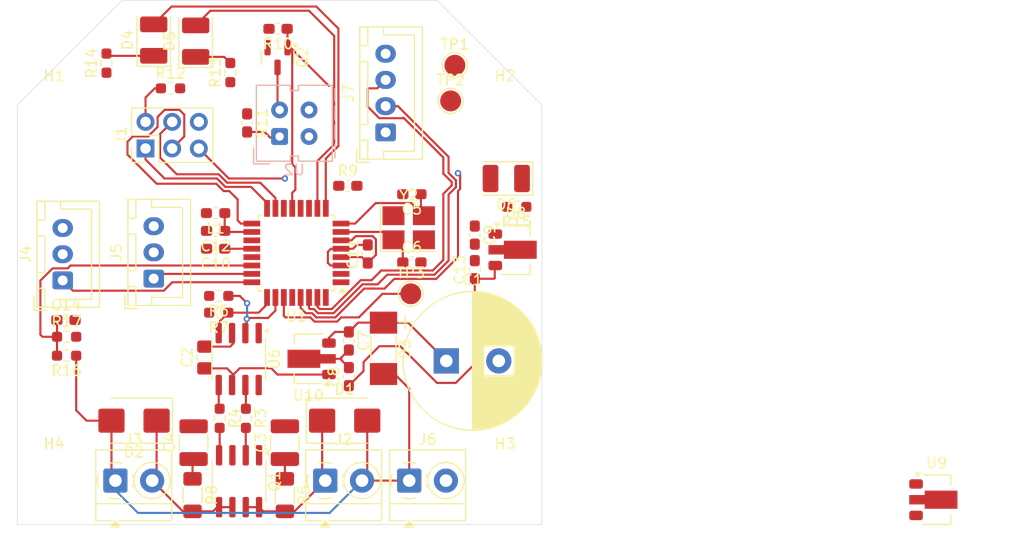
<source format=kicad_pcb>
(kicad_pcb (version 20241229) (generator "pcbnew") (generator_version "9.0")
  (layers (0 "F.Cu" signal) (2 "B.Cu" signal) (13 "F.Paste" user) (15 "B.Paste" user) (5 "F.SilkS" user "F.Silkscreen") (7 "B.SilkS" user "B.Silkscreen") (1 "F.Mask" user) (3 "B.Mask" user) (25 "Edge.Cuts" user))
  (net 0 "")
  (net 1 "+12V")
  (net 2 "GND")
  (net 3 "Net-(C3-Pad1)")
  (net 4 "Net-(C4-Pad1)")
  (net 5 "Vdrive")
  (net 6 "/coil driver/COIL0_NEG")
  (net 7 "/coil driver/COIL1_NEG")
  (net 8 "Net-(Q1A-G1)")
  (net 9 "Net-(Q1B-G2)")
  (net 10 "Net-(U6-OUT_A)")
  (net 11 "Net-(U6-OUT_B)")
  (net 18 "+5V")
  (net 19 "/microcontroller/Hall1")
  (net 20 "/microcontroller/Hall0")
  (net 21 "Net-(U1-XTAL2{slash}PB7)")
  (net 22 "Net-(U1-XTAL1{slash}PB6)")
  (net 23 "/microcontroller/SCK")
  (net 24 "/microcontroller/!RST")
  (net 25 "/microcontroller/MOSI")
  (net 26 "/microcontroller/MISO")
  (net 27 "/coil driver/IN_COIL0")
  (net 28 "/coil driver/IN_COIL1")
  (net 29 "Net-(D3-K)")
  (net 30 "/microcontroller/EntryEnable")
  (net 31 "Net-(Q2-D)")
  (net 32 "/microcontroller/EntrySensor")
  (net 33 "Net-(U2-A)")
  (net 36 "Net-(U1-AREF)")
  (net 37 "Net-(U1-AVCC)")
  (net 38 "Net-(D4-K)")
  (net 39 "Net-(D4-A)")
  (net 40 "Net-(D5-A)")
  (net 41 "Net-(D5-K)")
  (net 42 "Net-(D6-K)")
  (net 43 "Net-(U1-PD3)")
  (net 44 "Net-(U1-PD4)")
  (net 46 "Net-(U1-ADC7)")
  (net 48 "Net-(J7-Pin_2)")
  (net 49 "Net-(J7-Pin_3)")
  (net 52 "Net-(U1-PC4)")
  (footprint "Resistor_SMD:R_0603_1608Metric_Pad0.98x0.95mm_HandSolder" (layer "F.Cu") (at 104.7 73.9 180)
    (property "Reference" "R16")
    (property "Value" "30k")
  )
  (footprint "TestPoint:TestPoint_Pad_D2.0mm" (layer "F.Cu") (at 141.7 46.2)
    (property "Reference" "TP1")
    (property "Value" "TestPoint")
  )
  (footprint "Capacitor_SMD:C_0603_1608Metric_Pad1.08x0.95mm_HandSolder" (layer "F.Cu") (at 118.9 62 180)
    (property "Reference" "C12")
    (property "Value" "100nF")
  )
  (footprint "Resistor_SMD:R_0603_1608Metric_Pad0.98x0.95mm_HandSolder" (layer "F.Cu") (at 120.3 46.9 90)
    (property "Reference" "R13")
    (property "Value" "10k")
  )
  (footprint "Package_QFP:TQFP-32_7x7mm_P0.8mm" (layer "F.Cu") (at 126.6 64.1 180)
    (property "Reference" "U1")
    (property "Value" "ATmega88P-20A")
  )
  (footprint "Package_TO_SOT_SMD:SOT-89-3" (layer "F.Cu") (at 187.6 87.64)
    (property "Reference" "U9")
    (property "Value" "MCP1703Ax-500xxMB")
  )
  (footprint "LED_SMD:LED_PLCC-2_3.4x3.0mm_KA" (layer "F.Cu") (at 146.6 57 180)
    (property "Reference" "D6")
    (property "Value" "LED")
  )
  (footprint "MountingHole:MountingHole_3.2mm_M3" (layer "F.Cu") (at 146.5 86.5)
    (property "Reference" "H3")
    (property "Value" "MountingHole")
  )
  (footprint "Capacitor_SMD:C_1210_3225Metric_Pad1.33x2.70mm_HandSolder" (layer "F.Cu") (at 116.8 82.2 90)
    (property "Reference" "C4")
    (property "Value" "1µF")
  )
  (footprint "LED_SMD:LED_PLCC-2_3.4x3.0mm_KA" (layer "F.Cu") (at 117 43.9 90)
    (property "Reference" "D5")
    (property "Value" "LED")
  )
  (footprint "Capacitor_SMD:C_0603_1608Metric_Pad1.08x0.95mm_HandSolder" (layer "F.Cu") (at 143.6 65.7 90)
    (property "Reference" "C13")
    (property "Value" "100nF")
  )
  (footprint "Package_SO:SOIC-8_3.9x4.9mm_P1.27mm" (layer "F.Cu") (at 121.135 85.875 -90)
    (property "Reference" "Q1")
    (property "Value" "DMTH6016LSD-13")
  )
  (footprint "Resistor_SMD:R_0603_1608Metric_Pad0.98x0.95mm_HandSolder" (layer "F.Cu") (at 119.2 69.8 180)
    (property "Reference" "R7")
    (property "Value" "10k")
  )
  (footprint "Capacitor_SMD:C_0603_1608Metric_Pad1.08x0.95mm_HandSolder" (layer "F.Cu") (at 104.6375 70.5)
    (property "Reference" "C14")
    (property "Value" "100nF")
  )
  (footprint "MountingHole:MountingHole_3.2mm_M3" (layer "F.Cu") (at 103.5 86.5)
    (property "Reference" "H4")
    (property "Value" "MountingHole")
  )
  (footprint "Capacitor_SMD:C_0603_1608Metric_Pad1.08x0.95mm_HandSolder" (layer "F.Cu") (at 137.6 58.5 180)
    (property "Reference" "C5")
    (property "Value" "22pF")
  )
  (footprint "TestPoint:TestPoint_Pad_D2.0mm" (layer "F.Cu") (at 137.5 68)
    (property "Reference" "TP3")
    (property "Value" "TestPoint")
  )
  (footprint "Capacitor_SMD:C_0805_2012Metric_Pad1.18x1.45mm_HandSolder" (layer "F.Cu") (at 117.865 74.075 90)
    (property "Reference" "C2")
    (property "Value" "1µF" (hide yes))
  )
  (footprint "Capacitor_SMD:C_0603_1608Metric_Pad1.08x0.95mm_HandSolder" (layer "F.Cu") (at 131.6 75.9 90)
    (property "Reference" "C8")
    (property "Value" "100nF")
  )
  (footprint "Resistor_SMD:R_1206_3216Metric_Pad1.30x1.75mm_HandSolder" (layer "F.Cu") (at 125.5 87.2 -90)
    (property "Reference" "R5")
    (property "Value" "47")
  )
  (footprint "Resistor_SMD:R_0603_1608Metric_Pad0.98x0.95mm_HandSolder" (layer "F.Cu") (at 121.785 79.875 -90)
    (property "Reference" "R3")
    (property "Value" "4R7")
  )
  (footprint "Resistor_SMD:R_0603_1608Metric_Pad0.98x0.95mm_HandSolder" (layer "F.Cu") (at 114.6 48.4)
    (property "Reference" "R12")
    (property "Value" "10k")
  )
  (footprint "Package_TO_SOT_SMD:SOT-89-3" (layer "F.Cu") (at 127.75 74.2 180)
    (property "Reference" "U10")
    (property "Value" "L78L12_SOT89")
  )
  (footprint "MountingHole:MountingHole_3.2mm_M3" (layer "F.Cu") (at 146.5 51.4)
    (property "Reference" "H2")
    (property "Value" "MountingHole")
  )
  (footprint "Resistor_SMD:R_0603_1608Metric_Pad0.98x0.95mm_HandSolder" (layer "F.Cu") (at 108.5 46 90)
    (property "Reference" "R14")
    (property "Value" "10k")
  )
  (footprint "TerminalBlock_MetzConnect:TerminalBlock_MetzConnect_Type059_RT06302HBWC_1x02_P3.50mm_Horizontal" (layer "F.Cu") (at 129.35 85.8175)
    (property "Reference" "J2")
    (property "Value" "Conn_01x02_Pin")
  )
  (footprint "Resistor_SMD:R_0603_1608Metric_Pad0.98x0.95mm_HandSolder" (layer "F.Cu") (at 119.285 79.875 -90)
    (property "Reference" "R4")
    (property "Value" "4R7")
  )
  (footprint "MountingHole:MountingHole_3.2mm_M3" (layer "F.Cu") (at 103.5 51.4)
    (property "Reference" "H1")
    (property "Value" "MountingHole")
  )
  (footprint "Resistor_SMD:R_0603_1608Metric_Pad0.98x0.95mm_HandSolder" (layer "F.Cu") (at 119.2 68.2 180)
    (property "Reference" "R6")
    (property "Value" "10k")
  )
  (footprint "Capacitor_SMD:C_0603_1608Metric_Pad1.08x0.95mm_HandSolder" (layer "F.Cu") (at 121.9 51.7 -90)
    (property "Reference" "R11")
    (property "Value" "150R")
  )
  (footprint "Capacitor_THT:CP_Radial_D13.0mm_P5.00mm" (layer "F.Cu") (at 140.884785 74.4)
    (property "Reference" "C1")
    (property "Value" "470µF/50V")
  )
  (footprint "Capacitor_SMD:C_0603_1608Metric_Pad1.08x0.95mm_HandSolder" (layer "F.Cu") (at 131.5 57.7)
    (property "Reference" "R9")
    (property "Value" "10k")
  )
  (footprint "Connector_PinHeader_2.54mm:PinHeader_2x03_P2.54mm_Vertical" (layer "F.Cu") (at 112.22 54.14 90)
    (property "Reference" "J1")
    (property "Value" "AVR-ISP-6")
  )
  (footprint "Resistor_SMD:R_1206_3216Metric_Pad1.30x1.75mm_HandSolder" (layer "F.Cu") (at 116.7 87.2 -90)
    (property "Reference" "R8")
    (property "Value" "47")
  )
  (footprint "Connector_JST:JST_XH_B4B-XH-A_1x04_P2.50mm_Vertical" (layer "F.Cu") (at 135.1 52.6 90)
    (property "Reference" "J7")
    (property "Value" "Conn_01x04_Pin")
  )
  (footprint "TerminalBlock_MetzConnect:TerminalBlock_MetzConnect_Type059_RT06302HBWC_1x02_P3.50mm_Horizontal" (layer "F.Cu") (at 109.35 85.8175)
    (property "Reference" "J3")
    (property "Value" "Conn_01x02_Pin")
  )
  (footprint "Diode_SMD:D_SMB" (layer "F.Cu") (at 131.2 80.1)
    (property "Reference" "D1")
    (property "Value" "SMBJ24CA")
  )
  (footprint "Capacitor_SMD:C_0603_1608Metric_Pad1.08x0.95mm_HandSolder" (layer "F.Cu") (at 118.9 63.7 180)
    (property "Reference" "C10")
    (property "Value" "100nF")
  )
  (footprint "Inductor_SMD:L_0603_1608Metric_Pad1.05x0.95mm_HandSolder" (layer "F.Cu") (at 118.9 60.3 180)
    (property "Reference" "L1")
    (property "Value" "10µH")
  )
  (footprint "Capacitor_SMD:C_1210_3225Metric_Pad1.33x2.70mm_HandSolder" (layer "F.Cu") (at 125.5 82.2 90)
    (property "Reference" "C3")
    (property "Value" "1µF")
  )
  (footprint "Capacitor_SMD:C_0603_1608Metric_Pad1.08x0.95mm_HandSolder" (layer "F.Cu") (at 143.6 62.4 -90)
    (property "Reference" "C9")
    (property "Value" "100nF")
  )
  (footprint "Crystal:Crystal_SMD_3225-4Pin_3.2x2.5mm_HandSoldering" (layer "F.Cu") (at 137.3 61.7)
    (property "Reference" "Y2")
    (property "Value" "Crystal_GND24_Small")
  )
  (footprint "Connector_JST:JST_XH_B3B-XH-A_1x03_P2.50mm_Vertical" (layer "F.Cu") (at 113 66.55 90)
    (property "Reference" "J5")
    (property "Value" "Conn_01x03_Pin" (hide yes))
  )
  (footprint "Capacitor_SMD:C_0603_1608Metric_Pad1.08x0.95mm_HandSolder" (layer "F.Cu") (at 124.85 42.725 180)
    (property "Reference" "R10")
    (property "Value" "10k")
  )
  (footprint "Resistor_SMD:R_0603_1608Metric_Pad0.98x0.95mm_HandSolder" (layer "F.Cu") (at 147.6 59.7 180)
    (property "Reference" "R15")
    (property "Value" "10k")
  )
  (footprint "Package_TO_SOT_SMD:SOT-23" (layer "F.Cu") (at 124.8 45.4625 -90)
    (property "Reference" "Q2")
    (property "Value" "BSS138")
  )
  (footprint "TerminalBlock_MetzConnect:TerminalBlock_MetzConnect_Type059_RT06302HBWC_1x02_P3.50mm_Horizontal" (layer "F.Cu") (at 137.35 85.8175)
    (property "Reference" "J6")
    (property "Value" "Conn_01x02_Pin")
  )
  (footprint "Capacitor_SMD:C_0603_1608Metric_Pad1.08x0.95mm_HandSolder" (layer "F.Cu") (at 133.4 64.2 90)
    (property "Reference" "C11")
    (property "Value" "100nF")
  )
  (footprint "Capacitor_SMD:C_0603_1608Metric_Pad1.08x0.95mm_HandSolder" (layer "F.Cu") (at 137.6 65)
    (property "Reference" "C6")
    (property "Value" "22pF")
  )
  (footprint "Resistor_SMD:R_MELF_MMB-0207" (layer "F.Cu") (at 134.9 73.2 -90)
    (property "Reference" "D3")
    (property "Value" "1N4007")
  )
  (footprint "Diode_SMD:D_SMB" (layer "F.Cu") (at 111.125 80.1 180)
    (property "Reference" "D2")
    (property "Value" "SMBJ24CA")
  )
  (footprint "Capacitor_SMD:C_0603_1608Metric_Pad1.08x0.95mm_HandSolder" (layer "F.Cu") (at 131.6 72.5 -90)
    (property "Reference" "C7")
    (property "Value" "100nF")
  )
  (footprint "LED_SMD:LED_PLCC-2_3.4x3.0mm_KA" (layer "F.Cu") (at 113 43.8 90)
    (property "Reference" "D4")
    (property "Value" "LED")
  )
  (footprint "TestPoint:TestPoint_Pad_D2.0mm" (layer "F.Cu") (at 141.3 49.6)
    (property "Reference" "TP2")
    (property "Value" "TestPoint")
  )
  (footprint "Package_SO:SOIC-8_3.9x4.9mm_P1.27mm" (layer "F.Cu") (at 121.1 74.225 -90)
    (property "Reference" "U6")
    (property "Value" "EL7202CS" (hide yes))
  )
  (footprint "Package_TO_SOT_SMD:SOT-89-3" (layer "F.Cu") (at 147.5 63.8)
    (property "Reference" "U8")
    (property "Value" "L78L05_SOT89")
  )
  (footprint "Connector_JST:JST_XH_B3B-XH-A_1x03_P2.50mm_Vertical" (layer "F.Cu") (at 104.325 66.725 90)
    (property "Reference" "J4")
    (property "Value" "Conn_01x03_Pin" (hide yes))
  )
  (footprint "Resistor_SMD:R_0603_1608Metric_Pad0.98x0.95mm_HandSolder" (layer "F.Cu") (at 104.7 72.1)
    (property "Reference" "R17")
    (property "Value" "10k")
  )
  (footprint "OptoDevice:Vishay_CNY70" (layer "B.Cu") (at 125 53)
    (property "Reference" "U2")
    (property "Value" "CNY70")
  )
  (gr_poly (pts (xy 110 40) (xy 140 40) (xy 150 50) (xy 150 63) (xy 150 73.9) (xy 150 90) (xy 100 90) (xy 100 74.1) (xy 100 63) (xy 100 50)) (stroke (width 0.05)) (fill no) (layer "Edge.Cuts"))
  (segment (start 140 76.5) (end 136.5 73) (width 0.2) (layer "F.Cu") (net 1))
  (segment (start 124.2 75.1) (end 121.2 75.1) (width 0.2) (layer "F.Cu") (net 1))
  (segment (start 120.6 75.725001) (end 120.6 76.7) (width 0.2) (layer "F.Cu") (net 1))
  (segment (start 120.6 75.7) (end 120.6 76.7) (width 0.2) (layer "F.Cu") (net 1))
  (segment (start 145.55 65.3) (end 145.5 65.35) (width 0.2) (layer "F.Cu") (net 1))
  (segment (start 141.786785 76.5) (end 140 76.5) (width 0.2) (layer "F.Cu") (net 1))
  (segment (start 143.6 74.686785) (end 141.786785 76.5) (width 0.2) (layer "F.Cu") (net 1))
  (segment (start 134.5 73) (end 133 74.5) (width 0.2) (layer "F.Cu") (net 1))
  (segment (start 136.5 73) (end 134.5 73) (width 0.2) (layer "F.Cu") (net 1))
  (segment (start 117.865 75.1125) (end 119.987499 75.1125) (width 0.2) (layer "F.Cu") (net 1))
  (segment (start 129.7 75.7) (end 124.8 75.7) (width 0.2) (layer "F.Cu") (net 1))
  (segment (start 145.5 66.5) (end 145.4375 66.5625) (width 0.2) (layer "F.Cu") (net 1))
  (segment (start 133 74.5) (end 133 75.3625) (width 0.2) (layer "F.Cu") (net 1))
  (segment (start 124.8 75.7) (end 124.2 75.1) (width 0.2) (layer "F.Cu") (net 1))
  (segment (start 145.4375 66.5625) (end 143.6 66.5625) (width 0.2) (layer "F.Cu") (net 1))
  (segment (start 121.2 75.1) (end 120.6 75.7) (width 0.2) (layer "F.Cu") (net 1))
  (segment (start 145.5 65.35) (end 145.5 66.5) (width 0.2) (layer "F.Cu") (net 1))
  (segment (start 119.987499 75.1125) (end 120.6 75.725001) (width 0.2) (layer "F.Cu") (net 1))
  (segment (start 133 75.3625) (end 131.6 76.7625) (width 0.2) (layer "F.Cu") (net 1))
  (segment (start 143.6 66.5625) (end 143.6 74.686785) (width 0.2) (layer "F.Cu") (net 1))
  (segment (start 130.85 65.3) (end 129.85 65.3) (width 0.2) (layer "F.Cu") (net 2))
  (segment (start 120.6 72.724999) (end 120.6 71.75) (width 0.2) (layer "F.Cu") (net 2))
  (segment (start 129.6 64) (end 129.9 63.7) (width 0.2) (layer "F.Cu") (net 2))
  (segment (start 129.9 63.7) (end 130.85 63.7) (width 0.2) (layer "F.Cu") (net 2))
  (segment (start 130.7625 74.2) (end 130.88125 74.08125) (width 0.2) (layer "F.Cu") (net 2))
  (segment (start 131.6 75.0375) (end 130.88125 74.31875) (width 0.2) (layer "F.Cu") (net 2))
  (segment (start 129.85 65.3) (end 129.6 65.05) (width 0.2) (layer "F.Cu") (net 2))
  (segment (start 120.287499 73.0375) (end 120.6 72.724999) (width 0.2) (layer "F.Cu") (net 2))
  (segment (start 132.3625 63.3375) (end 133.4 63.3375) (width 0.2) (layer "F.Cu") (net 2))
  (segment (start 117.865 73.0375) (end 120.287499 73.0375) (width 0.2) (layer "F.Cu") (net 2))
  (segment (start 130.88125 74.31875) (end 130.88125 74.08125) (width 0.2) (layer "F.Cu") (net 2))
  (segment (start 129.6125 74.2) (end 130.7625 74.2) (width 0.2) (layer "F.Cu") (net 2))
  (segment (start 129.6 65.05) (end 129.6 64) (width 0.2) (layer "F.Cu") (net 2))
  (segment (start 130.85 63.7) (end 132 63.7) (width 0.2) (layer "F.Cu") (net 2))
  (segment (start 130.88125 74.08125) (end 131.6 73.3625) (width 0.2) (layer "F.Cu") (net 2))
  (segment (start 132 63.7) (end 132.3625 63.3375) (width 0.2) (layer "F.Cu") (net 2))
  (segment (start 125.5 85.65) (end 125.5 83.7625) (width 0.2) (layer "F.Cu") (net 3))
  (segment (start 116.7 85.65) (end 116.7 83.8625) (width 0.2) (layer "F.Cu") (net 4))
  (segment (start 116.7 83.8625) (end 116.8 83.7625) (width 0.2) (layer "F.Cu") (net 4))
  (segment (start 134.9 75.65) (end 135.95 75.65) (width 0.2) (layer "F.Cu") (net 5))
  (segment (start 105.6125 79.1125) (end 106.6 80.1) (width 0.2) (layer "F.Cu") (net 5))
  (segment (start 133.35 80.1) (end 133.35 85.3175) (width 0.2) (layer "F.Cu") (net 5))
  (segment (start 108.975 80.1) (end 108.975 85.4425) (width 0.2) (layer "F.Cu") (net 5))
  (segment (start 105.6125 73.9) (end 105.6125 79.1125) (width 0.2) (layer "F.Cu") (net 5))
  (segment (start 133.35 85.3175) (end 132.85 85.8175) (width 0.2) (layer "F.Cu") (net 5))
  (segment (start 135.95 75.65) (end 137.35 77.05) (width 0.2) (layer "F.Cu") (net 5))
  (segment (start 106.6 80.1) (end 108.975 80.1) (width 0.2) (layer "F.Cu") (net 5))
  (segment (start 108.975 85.4425) (end 109.35 85.8175) (width 0.2) (layer "F.Cu") (net 5))
  (segment (start 132.85 85.8175) (end 137.35 85.8175) (width 0.2) (layer "F.Cu") (net 5))
  (segment (start 137.35 77.05) (end 137.35 85.8175) (width 0.2) (layer "F.Cu") (net 5))
  (segment (start 129.7675 88.9) (end 111.5 88.9) (width 0.2) (layer "B.Cu") (net 5))
  (segment (start 132.85 85.8175) (end 129.7675 88.9) (width 0.2) (layer "B.Cu") (net 5))
  (segment (start 109.35 86.75) (end 109.35 85.8175) (width 0.2) (layer "B.Cu") (net 5))
  (segment (start 111.5 88.9) (end 109.35 86.75) (width 0.2) (layer "B.Cu") (net 5))
  (segment (start 125.5 88.75) (end 126.4175 88.75) (width 0.2) (layer "F.Cu") (net 6))
  (segment (start 129.05 80.1) (end 129.05 85.5175) (width 0.2) (layer "F.Cu") (net 6))
  (segment (start 126.4175 88.75) (end 129.35 85.8175) (width 0.2) (layer "F.Cu") (net 6))
  (segment (start 123.44 88.75) (end 125.5 88.75) (width 0.2) (layer "F.Cu") (net 6))
  (segment (start 123.04 88.35) (end 123.44 88.75) (width 0.2) (layer "F.Cu") (net 6))
  (segment (start 121.77 88.35) (end 123.04 88.35) (width 0.2) (layer "F.Cu") (net 6))
  (segment (start 129.05 85.5175) (end 129.35 85.8175) (width 0.2) (layer "F.Cu") (net 6))
  (segment (start 119.23 88.35) (end 119.05 88.35) (width 0.2) (layer "F.Cu") (net 7))
  (segment (start 120.5 88.2) (end 120.5 88.35) (width 0.2) (layer "F.Cu") (net 7))
  (segment (start 119.05 88.35) (end 118.65 88.75) (width 0.2) (layer "F.Cu") (net 7))
  (segment (start 113.275 85.3925) (end 112.85 85.8175) (width 0.2) (layer "F.Cu") (net 7))
  (segment (start 113.275 80.1) (end 113.275 85.3925) (width 0.2) (layer "F.Cu") (net 7))
  (segment (start 116.7 88.75) (end 115.7825 88.75) (width 0.2) (layer "F.Cu") (net 7))
  (segment (start 120.5 88.35) (end 119.23 88.35) (width 0.2) (layer "F.Cu") (net 7))
  (segment (start 118.65 88.75) (end 116.7 88.75) (width 0.2) (layer "F.Cu") (net 7))
  (segment (start 115.7825 88.75) (end 112.85 85.8175) (width 0.2) (layer "F.Cu") (net 7))
  (segment (start 121.77 80.8025) (end 121.785 80.7875) (width 0.2) (layer "F.Cu") (net 8))
  (segment (start 121.77 83.4) (end 121.77 80.8025) (width 0.2) (layer "F.Cu") (net 8))
  (segment (start 119.285 83.345) (end 119.23 83.4) (width 0.2) (layer "F.Cu") (net 9))
  (segment (start 119.285 80.7875) (end 119.285 83.345) (width 0.2) (layer "F.Cu") (net 9))
  (segment (start 121.785 76.75) (end 121.735 76.7) (width 0.2) (layer "F.Cu") (net 10))
  (segment (start 121.785 78.9625) (end 121.785 76.75) (width 0.2) (layer "F.Cu") (net 10))
  (segment (start 119.195 76.7) (end 119.195 78.8725) (width 0.2) (layer "F.Cu") (net 11))
  (segment (start 119.195 78.8725) (end 119.285 78.9625) (width 0.2) (layer "F.Cu") (net 11))
  (segment (start 134.176 62.80928) (end 133.86672 62.5) (width 0.2) (layer "F.Cu") (net 18))
  (segment (start 131.85 62.9) (end 130.85 62.9) (width 0.2) (layer "F.Cu") (net 18))
  (segment (start 134.176 64.2865) (end 134.176 62.80928) (width 0.2) (layer "F.Cu") (net 18))
  (segment (start 113.6875 48.4) (end 113.1 48.4) (width 0.2) (layer "F.Cu") (net 18))
  (segment (start 112.22 49.28) (end 112.22 51.6) (width 0.2) (layer "F.Cu") (net 18))
  (segment (start 113.1 48.4) (end 112.22 49.28) (width 0.2) (layer "F.Cu") (net 18))
  (segment (start 133.86672 62.5) (end 132.25 62.5) (width 0.2) (layer "F.Cu") (net 18))
  (segment (start 130.85 64.5) (end 132.8375 64.5) (width 0.2) (layer "F.Cu") (net 18))
  (segment (start 132.25 62.5) (end 131.85 62.9) (width 0.2) (layer "F.Cu") (net 18))
  (segment (start 132.8375 64.5) (end 133.4 65.0625) (width 0.2) (layer "F.Cu") (net 18))
  (segment (start 133.4 65.0625) (end 134.176 64.2865) (width 0.2) (layer "F.Cu") (net 18))
  (segment (start 122.35 66.9) (end 114.76116 66.9) (width 0.2) (layer "F.Cu") (net 19))
  (segment (start 114.76116 66.9) (end 113.96016 67.701) (width 0.2) (layer "F.Cu") (net 19))
  (segment (start 113.96016 67.701) (end 105.301 67.701) (width 0.2) (layer "F.Cu") (net 19))
  (segment (start 105.301 67.701) (end 104.325 66.725) (width 0.2) (layer "F.Cu") (net 19))
  (segment (start 113.45 66.1) (end 113 66.55) (width 0.2) (layer "F.Cu") (net 20))
  (segment (start 122.35 66.1) (end 113.45 66.1) (width 0.2) (layer "F.Cu") (net 20))
  (segment (start 130.85 61.3) (end 132.2 61.3) (width 0.2) (layer "F.Cu") (net 21))
  (segment (start 137.549 59.349) (end 138.75 60.55) (width 0.2) (layer "F.Cu") (net 21))
  (segment (start 132.2 61.3) (end 134.151 59.349) (width 0.2) (layer "F.Cu") (net 21))
  (segment (start 134.151 59.349) (end 137.549 59.349) (width 0.2) (layer "F.Cu") (net 21))
  (segment (start 138.4625 58.5) (end 138.4625 60.2625) (width 0.2) (layer "F.Cu") (net 21))
  (segment (start 138.4625 60.2625) (end 138.75 60.55) (width 0.2) (layer "F.Cu") (net 21))
  (segment (start 130.85 62.1) (end 135.1 62.1) (width 0.2) (layer "F.Cu") (net 22))
  (segment (start 135.1 62.1) (end 135.85 62.85) (width 0.2) (layer "F.Cu") (net 22))
  (segment (start 136.7375 65) (end 136.7375 63.7375) (width 0.2) (layer "F.Cu") (net 22))
  (segment (start 136.7375 63.7375) (end 135.85 62.85) (width 0.2) (layer "F.Cu") (net 22))
  (segment (start 111.011 52.989) (end 112.5 52.989) (width 0.2) (layer "F.Cu") (net 23))
  (segment (start 121.3 61.3) (end 121 61) (width 0.2) (layer "F.Cu") (net 23))
  (segment (start 113.371 51.129) (end 114.051 50.449) (width 0.2) (layer "F.Cu") (net 23))
  (segment (start 122.35 61.3) (end 121.3 61.3) (width 0.2) (layer "F.Cu") (net 23))
  (segment (start 121 59) (end 120.2 58.2) (width 0.2) (layer "F.Cu") (net 23))
  (segment (start 113.278 57.5) (end 110.5 54.722) (width 0.2) (layer "F.Cu") (net 23))
  (segment (start 121 61) (end 121 59) (width 0.2) (layer "F.Cu") (net 23))
  (segment (start 120.2 58.2) (end 119.662943 58.2) (width 0.2) (layer "F.Cu") (net 23))
  (segment (start 115.911 52.989) (end 114.76 54.14) (width 0.2) (layer "F.Cu") (net 23))
  (segment (start 110.5 54.722) (end 110.5 53.5) (width 0.2) (layer "F.Cu") (net 23))
  (segment (start 119.662943 58.2) (end 118.962942 57.5) (width 0.2) (layer "F.Cu") (net 23))
  (segment (start 115.449 50.449) (end 115.911 50.911) (width 0.2) (layer "F.Cu") (net 23))
  (segment (start 112.5 52.989) (end 112.5 52.94776) (width 0.2) (layer "F.Cu") (net 23))
  (segment (start 110.5 53.5) (end 111.011 52.989) (width 0.2) (layer "F.Cu") (net 23))
  (segment (start 114.051 50.449) (end 115.449 50.449) (width 0.2) (layer "F.Cu") (net 23))
  (segment (start 115.911 50.911) (end 115.911 52.989) (width 0.2) (layer "F.Cu") (net 23))
  (segment (start 118.962942 57.5) (end 113.278 57.5) (width 0.2) (layer "F.Cu") (net 23))
  (segment (start 113.371 52.07676) (end 113.371 51.129) (width 0.2) (layer "F.Cu") (net 23))
  (segment (start 112.5 52.94776) (end 113.371 52.07676) (width 0.2) (layer "F.Cu") (net 23))
  (segment (start 135.922 66.578) (end 139.922 66.578) (width 0.2) (layer "F.Cu") (net 24))
  (segment (start 127.5 69.85) (end 128.09163 69.85) (width 0.2) (layer "F.Cu") (net 24))
  (segment (start 134 67.502) (end 134.998 67.502) (width 0.2) (layer "F.Cu") (net 24))
  (segment (start 117.3 54.14) (end 120.16 57) (width 0.2) (layer "F.Cu") (net 24))
  (segment (start 120.16 57) (end 125.5 57) (width 0.2) (layer "F.Cu") (net 24))
  (segment (start 142 56.5) (end 142.2 56.7) (width 0.2) (layer "F.Cu") (net 24))
  (segment (start 127 68.35) (end 127 69.35) (width 0.2) (layer "F.Cu") (net 24))
  (segment (start 139.922 66.578) (end 142 64.5) (width 0.2) (layer "F.Cu") (net 24))
  (segment (start 130.307371 70.251) (end 133.058371 67.5) (width 0.2) (layer "F.Cu") (net 24))
  (segment (start 128.49263 70.251) (end 130.307371 70.251) (width 0.2) (layer "F.Cu") (net 24))
  (segment (start 134.998 67.502) (end 135.922 66.578) (width 0.2) (layer "F.Cu") (net 24))
  (segment (start 142.2 57.997055) (end 142 58.197055) (width 0.2) (layer "F.Cu") (net 24))
  (segment (start 127 69.35) (end 127.5 69.85) (width 0.2) (layer "F.Cu") (net 24))
  (segment (start 133.058371 67.5) (end 134 67.5) (width 0.2) (layer "F.Cu") (net 24))
  (segment (start 142 64.5) (end 142 58.197055) (width 0.2) (layer "F.Cu") (net 24))
  (segment (start 142.2 56.7) (end 142.2 57.997055) (width 0.2) (layer "F.Cu") (net 24))
  (segment (start 128.09163 69.85) (end 128.49263 70.251) (width 0.2) (layer "F.Cu") (net 24))
  (via (at 142 56.5) (size 0.6) (drill 0.3) (layers "F.Cu" "B.Cu") (net 24))
  (via (at 142 56.5) (size 0.6) (drill 0.3) (layers "F.Cu" "B.Cu") (net 24))
  (via (at 125.5 57) (size 0.6) (drill 0.3) (layers "F.Cu" "B.Cu") (net 24))
  (segment (start 124.6 58.85) (end 123.15 57.4) (width 0.2) (layer "F.Cu") (net 25))
  (segment (start 115.199 56.599) (end 113.609 55.009) (width 0.2) (layer "F.Cu") (net 25))
  (segment (start 124.6 59.85) (end 124.6 58.85) (width 0.2) (layer "F.Cu") (net 25))
  (segment (start 113.609 55.009) (end 113.609 52.751) (width 0.2) (layer "F.Cu") (net 25))
  (segment (start 119.994314 57.4) (end 119.193314 56.599) (width 0.2) (layer "F.Cu") (net 25))
  (segment (start 123.15 57.4) (end 119.994314 57.4) (width 0.2) (layer "F.Cu") (net 25))
  (segment (start 113.609 52.751) (end 114.76 51.6) (width 0.2) (layer "F.Cu") (net 25))
  (segment (start 119.193314 56.599) (end 115.199 56.599) (width 0.2) (layer "F.Cu") (net 25))
  (segment (start 112.22 54.14) (end 112.22 55.19) (width 0.2) (layer "F.Cu") (net 26))
  (segment (start 119.028628 57) (end 119.828629 57.8) (width 0.2) (layer "F.Cu") (net 26))
  (segment (start 112.22 55.19) (end 114.03 57) (width 0.2) (layer "F.Cu") (net 26))
  (segment (start 114.03 57) (end 119.028628 57) (width 0.2) (layer "F.Cu") (net 26))
  (segment (start 123.8 59.325) (end 123.8 59.85) (width 0.2) (layer "F.Cu") (net 26))
  (segment (start 122.275 57.8) (end 123.8 59.325) (width 0.2) (layer "F.Cu") (net 26))
  (segment (start 119.828629 57.8) (end 122.275 57.8) (width 0.2) (layer "F.Cu") (net 26))
  (segment (start 123.9 70.3) (end 124.6 69.6) (width 0.2) (layer "F.Cu") (net 27))
  (segment (start 124.6 69.6) (end 124.6 68.35) (width 0.2) (layer "F.Cu") (net 27))
  (segment (start 121.87 70.4) (end 121.87 70.3) (width 0.2) (layer "F.Cu") (net 27))
  (segment (start 121.87 70.3) (end 123.9 70.3) (width 0.2) (layer "F.Cu") (net 27))
  (segment (start 120.1125 68.2) (end 121.2 68.2) (width 0.2) (layer "F.Cu") (net 27))
  (segment (start 121.87 71.75) (end 121.87 70.4) (width 0.2) (layer "F.Cu") (net 27))
  (segment (start 121.2 68.2) (end 121.9 68.9) (width 0.2) (layer "F.Cu") (net 27))
  (via (at 121.87 70.4) (size 0.6) (drill 0.3) (layers "F.Cu" "B.Cu") (net 27))
  (via (at 121.9 68.9) (size 0.6) (drill 0.3) (layers "F.Cu" "B.Cu") (net 27))
  (segment (start 121.9 70.37) (end 121.87 70.4) (width 0.2) (layer "B.Cu") (net 27))
  (segment (start 121.9 68.9) (end 121.9 70.37) (width 0.2) (layer "B.Cu") (net 27))
  (segment (start 123.8 68.35) (end 123.8 69) (width 0.2) (layer "F.Cu") (net 28))
  (segment (start 123 69.8) (end 120.1125 69.8) (width 0.2) (layer "F.Cu") (net 28))
  (segment (start 119.33 70.5825) (end 119.33 71.75) (width 0.2) (layer "F.Cu") (net 28))
  (segment (start 120.1125 69.8) (end 119.33 70.5825) (width 0.2) (layer "F.Cu") (net 28))
  (segment (start 123.8 69) (end 123 69.8) (width 0.2) (layer "F.Cu") (net 28))
  (segment (start 137.234785 70.75) (end 140.884785 74.4) (width 0.2) (layer "F.Cu") (net 29))
  (segment (start 134.9 70.75) (end 137.234785 70.75) (width 0.2) (layer "F.Cu") (net 29))
  (segment (start 129.7 72.7) (end 129.7 72.2) (width 0.2) (layer "F.Cu") (net 29))
  (segment (start 134.9 70.75) (end 132.4875 70.75) (width 0.2) (layer "F.Cu") (net 29))
  (segment (start 132.4875 70.75) (end 131.6 71.6375) (width 0.2) (layer "F.Cu") (net 29))
  (segment (start 129.7 72.2) (end 130.2625 71.6375) (width 0.2) (layer "F.Cu") (net 29))
  (segment (start 130.2625 71.6375) (end 131.6 71.6375) (width 0.2) (layer "F.Cu") (net 29))
  (segment (start 129.703 48.178001) (end 126.049999 44.525) (width 0.2) (layer "F.Cu") (net 30))
  (segment (start 126.2 58.365685) (end 126.5 58.065685) (width 0.2) (layer "F.Cu") (net 30))
  (segment (start 126.5 55.934315) (end 126.2 55.634315) (width 0.2) (layer "F.Cu") (net 30))
  (segment (start 126.2 59.85) (end 126.2 58.365685) (width 0.2) (layer "F.Cu") (net 30))
  (segment (start 126.049999 44.525) (end 125.75 44.525) (width 0.2) (layer "F.Cu") (net 30))
  (segment (start 126.2 44.975) (end 125.75 44.525) (width 0.2) (layer "F.Cu") (net 30))
  (segment (start 126.5 58.065685) (end 126.5 55.934315) (width 0.2) (layer "F.Cu") (net 30))
  (segment (start 125.75 42.7625) (end 125.7125 42.725) (width 0.2) (layer "F.Cu") (net 30))
  (segment (start 125.75 44.525) (end 125.75 42.7625) (width 0.2) (layer "F.Cu") (net 30))
  (segment (start 126.2 55.634315) (end 126.2 44.975) (width 0.2) (layer "F.Cu") (net 30))
  (segment (start 124.8 46.4) (end 124.8 50.26) (width 0.2) (layer "F.Cu") (net 31))
  (segment (start 124.8 50.26) (end 125 50.46) (width 0.2) (layer "F.Cu") (net 31))
  (segment (start 124.1 53.1) (end 123.5625 52.5625) (width 0.2) (layer "F.Cu") (net 33))
  (segment (start 125 53) (end 125 53.1) (width 0.2) (layer "F.Cu") (net 33))
  (segment (start 125 53.1) (end 124.1 53.1) (width 0.2) (layer "F.Cu") (net 33))
  (segment (start 123.5625 52.5625) (end 121.9 52.5625) (width 0.2) (layer "F.Cu") (net 33))
  (segment (start 122.35 63.7) (end 119.7625 63.7) (width 0.2) (layer "F.Cu") (net 36))
  (segment (start 119.7625 60.3125) (end 119.775 60.3) (width 0.2) (layer "F.Cu") (net 37))
  (segment (start 119.8625 62.1) (end 119.7625 62) (width 0.2) (layer "F.Cu") (net 37))
  (segment (start 122.35 62.1) (end 119.8625 62.1) (width 0.2) (layer "F.Cu") (net 37))
  (segment (start 119.7625 62) (end 119.7625 60.3125) (width 0.2) (layer "F.Cu") (net 37))
  (segment (start 108.7125 45.3) (end 108.5 45.0875) (width 0.2) (layer "F.Cu") (net 38))
  (segment (start 113 45.3) (end 108.7125 45.3) (width 0.2) (layer "F.Cu") (net 38))
  (segment (start 130.6 42.7) (end 128.5 40.6) (width 0.2) (layer "F.Cu") (net 39))
  (segment (start 114.7 40.6) (end 113 42.3) (width 0.2) (layer "F.Cu") (net 39))
  (segment (start 129.4 55.1) (end 130.6 53.9) (width 0.2) (layer "F.Cu") (net 39))
  (segment (start 130.6 53.9) (end 130.6 42.7) (width 0.2) (layer "F.Cu") (net 39))
  (segment (start 128.5 40.6) (end 114.7 40.6) (width 0.2) (layer "F.Cu") (net 39))
  (segment (start 129.4 59.85) (end 129.4 55.1) (width 0.2) (layer "F.Cu") (net 39))
  (segment (start 118.4 41) (end 117 42.4) (width 0.2) (layer "F.Cu") (net 40))
  (segment (start 128.6 59.85) (end 128.6 55.334314) (width 0.2) (layer "F.Cu") (net 40))
  (segment (start 130.2 53.734314) (end 130.2 43.4) (width 0.2) (layer "F.Cu") (net 40))
  (segment (start 128.6 55.334314) (end 130.2 53.734314) (width 0.2) (layer "F.Cu") (net 40))
  (segment (start 130.2 43.4) (end 127.8 41) (width 0.2) (layer "F.Cu") (net 40))
  (segment (start 127.8 41) (end 118.4 41) (width 0.2) (layer "F.Cu") (net 40))
  (segment (start 117 45.4) (end 119.7125 45.4) (width 0.2) (layer "F.Cu") (net 41))
  (segment (start 119.7125 45.4) (end 120.3 45.9875) (width 0.2) (layer "F.Cu") (net 41))
  (segment (start 103.36484 65.574) (end 102.2 66.73884) (width 0.2) (layer "F.Cu") (net 46))
  (segment (start 102.2 66.73884) (end 102.2 71.9) (width 0.2) (layer "F.Cu") (net 46))
  (segment (start 102.4 72.1) (end 103.7875 72.1) (width 0.2) (layer "F.Cu") (net 46))
  (segment (start 122.35 65.3) (end 105.074 65.3) (width 0.2) (layer "F.Cu") (net 46))
  (segment (start 105.074 65.3) (end 104.8 65.574) (width 0.2) (layer "F.Cu") (net 46))
  (segment (start 104.8 65.574) (end 103.36484 65.574) (width 0.2) (layer "F.Cu") (net 46))
  (segment (start 103.7875 70.5125) (end 103.775 70.5) (width 0.2) (layer "F.Cu") (net 46))
  (segment (start 103.7875 72.1) (end 103.7875 70.5125) (width 0.2) (layer "F.Cu") (net 46))
  (segment (start 103.7875 73.9) (end 103.7875 72.1) (width 0.2) (layer "F.Cu") (net 46))
  (segment (start 102.2 71.9) (end 102.4 72.1) (width 0.2) (layer "F.Cu") (net 46))
  (segment (start 128.257316 69.45) (end 128.658317 69.851) (width 0.2) (layer "F.Cu") (net 48))
  (segment (start 136.275 50.1) (end 135.1 50.1) (width 0.2) (layer "F.Cu") (net 48))
  (segment (start 127.8 68.35) (end 127.8 69.35) (width 0.2) (layer "F.Cu") (net 48))
  (segment (start 135.258314 66.176) (end 139.758314 66.176) (width 0.2) (layer "F.Cu") (net 48))
  (segment (start 141.8 57.168629) (end 141.1 56.468629) (width 0.2) (layer "F.Cu") (net 48))
  (segment (start 130.141686 69.851) (end 132.892686 67.1) (width 0.2) (layer "F.Cu") (net 48))
  (segment (start 141.1 64.834314) (end 141.1 58.53137) (width 0.2) (layer "F.Cu") (net 48))
  (segment (start 141.1 54.934314) (end 136.465686 50.3) (width 0.2) (layer "F.Cu") (net 48))
  (segment (start 136.465686 50.290686) (end 136.275 50.1) (width 0.2) (layer "F.Cu") (net 48))
  (segment (start 132.892686 67.1) (end 134.334314 67.1) (width 0.2) (layer "F.Cu") (net 48))
  (segment (start 128.658317 69.851) (end 130.141686 69.851) (width 0.2) (layer "F.Cu") (net 48))
  (segment (start 141.8 57.83137) (end 141.8 57.168629) (width 0.2) (layer "F.Cu") (net 48))
  (segment (start 139.758314 66.176) (end 141.1 64.834314) (width 0.2) (layer "F.Cu") (net 48))
  (segment (start 136.465686 50.3) (end 136.465686 50.290686) (width 0.2) (layer "F.Cu") (net 48))
  (segment (start 141.1 58.53137) (end 141.8 57.83137) (width 0.2) (layer "F.Cu") (net 48))
  (segment (start 127.8 69.35) (end 127.9 69.45) (width 0.2) (layer "F.Cu") (net 48))
  (segment (start 127.9 69.45) (end 128.257316 69.45) (width 0.2) (layer "F.Cu") (net 48))
  (segment (start 134.334314 67.1) (end 135.258314 66.176) (width 0.2) (layer "F.Cu") (net 48))
  (segment (start 141.1 56.468629) (end 141.1 54.934314) (width 0.2) (layer "F.Cu") (net 48))
  (segment (start 140.6 64.768628) (end 140.6 58.465685) (width 0.2) (layer "F.Cu") (net 49))
  (segment (start 139.592628 65.776) (end 140.6 64.768628) (width 0.2) (layer "F.Cu") (net 49))
  (segment (start 136.749 51.251) (end 134.49824 51.251) (width 0.2) (layer "F.Cu") (net 49))
  (segment (start 132.727001 66.7) (end 133.760108 66.7) (width 0.2) (layer "F.Cu") (net 49))
  (segment (start 128.6 69.226998) (end 128.824002 69.451) (width 0.2) (layer "F.Cu") (net 49))
  (segment (start 141.4 57.665685) (end 141.4 57.334315) (width 0.2) (layer "F.Cu") (net 49))
  (segment (start 141.4 57.334315) (end 140.6 56.534315) (width 0.2) (layer "F.Cu") (net 49))
  (segment (start 140.6 55) (end 136.8 51.2) (width 0.2) (layer "F.Cu") (net 49))
  (segment (start 128.824002 69.451) (end 129.976 69.451) (width 0.2) (layer "F.Cu") (net 49))
  (segment (start 140.6 58.465685) (end 141.4 57.665685) (width 0.2) (layer "F.Cu") (net 49))
  (segment (start 133.4 48.4) (end 134.3 48.4) (width 0.2) (layer "F.Cu") (net 49))
  (segment (start 128.6 68.35) (end 128.6 69.226998) (width 0.2) (layer "F.Cu") (net 49))
  (segment (start 134.3 48.4) (end 135.1 47.6) (width 0.2) (layer "F.Cu") (net 49))
  (segment (start 133.760108 66.7) (end 134.684108 65.776) (width 0.2) (layer "F.Cu") (net 49))
  (segment (start 129.976 69.451) (end 132.727001 66.7) (width 0.2) (layer "F.Cu") (net 49))
  (segment (start 136.8 51.2) (end 136.749 51.251) (width 0.2) (layer "F.Cu") (net 49))
  (segment (start 133.4 50.15276) (end 133.4 48.4) (width 0.2) (layer "F.Cu") (net 49))
  (segment (start 140.6 56.534315) (end 140.6 55) (width 0.2) (layer "F.Cu") (net 49))
  (segment (start 134.49824 51.251) (end 133.4 50.15276) (width 0.2) (layer "F.Cu") (net 49))
  (segment (start 134.684108 65.776) (end 139.592628 65.776) (width 0.2) (layer "F.Cu") (net 49))
  (segment (start 125.4 70.1) (end 125.4 68.35) (width 0.2) (layer "F.Cu") (net 52))
  (segment (start 125.551 70.251) (end 125.4 70.1) (width 0.2) (layer "F.Cu") (net 52))
  (segment (start 130.873057 70.251) (end 130.473056 70.651) (width 0.2) (layer "F.Cu") (net 52))
  (segment (start 132.548 70.251) (end 130.873057 70.251) (width 0.2) (layer "F.Cu") (net 52))
  (segment (start 130.473056 70.651) (end 128.326944 70.651) (width 0.2) (layer "F.Cu") (net 52))
  (segment (start 134.799 68) (end 132.548 70.251) (width 0.2) (layer "F.Cu") (net 52))
  (segment (start 127.926944 70.251) (end 125.551 70.251) (width 0.2) (layer "F.Cu") (net 52))
  (segment (start 137.4 68) (end 134.799 68) (width 0.2) (layer "F.Cu") (net 52))
  (segment (start 128.326944 70.651) (end 127.926944 70.251) (width 0.2) (layer "F.Cu") (net 52))
)
</source>
